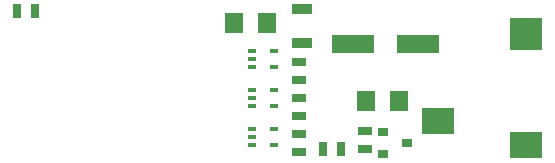
<source format=gtp>
G04 #@! TF.FileFunction,Paste,Top*
%FSLAX46Y46*%
G04 Gerber Fmt 4.6, Leading zero omitted, Abs format (unit mm)*
G04 Created by KiCad (PCBNEW 4.0.7) date 06/28/18 16:26:39*
%MOMM*%
%LPD*%
G01*
G04 APERTURE LIST*
%ADD10C,0.150000*%
%ADD11R,1.700000X0.900000*%
%ADD12R,2.794000X2.209800*%
%ADD13R,2.794000X2.794000*%
%ADD14R,0.635000X1.143000*%
%ADD15R,0.900000X0.800000*%
%ADD16R,1.600200X1.803400*%
%ADD17R,1.143000X0.635000*%
%ADD18R,0.650000X0.400000*%
%ADD19R,3.599200X1.600200*%
G04 APERTURE END LIST*
D10*
D11*
X62484000Y-39190000D03*
X62484000Y-42090000D03*
D12*
X74015600Y-48691800D03*
D13*
X81432400Y-41300400D03*
D12*
X81432400Y-50698400D03*
D14*
X39878000Y-39370000D03*
X38354000Y-39370000D03*
D15*
X69358000Y-49596000D03*
X69358000Y-51496000D03*
X71358000Y-50546000D03*
D16*
X56769000Y-40386000D03*
X59563000Y-40386000D03*
D14*
X64262000Y-51054000D03*
X65786000Y-51054000D03*
D17*
X62230000Y-43688000D03*
X62230000Y-45212000D03*
X62230000Y-46736000D03*
X62230000Y-48260000D03*
D18*
X58232000Y-42784000D03*
X58232000Y-44084000D03*
X58232000Y-43434000D03*
X60132000Y-44084000D03*
X60132000Y-42784000D03*
X58232000Y-46086000D03*
X58232000Y-47386000D03*
X58232000Y-46736000D03*
X60132000Y-47386000D03*
X60132000Y-46086000D03*
D19*
X72346800Y-42164000D03*
X66845200Y-42164000D03*
D16*
X70739000Y-46990000D03*
X67945000Y-46990000D03*
D17*
X67818000Y-49530000D03*
X67818000Y-51054000D03*
X62230000Y-49784000D03*
X62230000Y-51308000D03*
D18*
X58232000Y-49388000D03*
X58232000Y-50688000D03*
X58232000Y-50038000D03*
X60132000Y-50688000D03*
X60132000Y-49388000D03*
M02*

</source>
